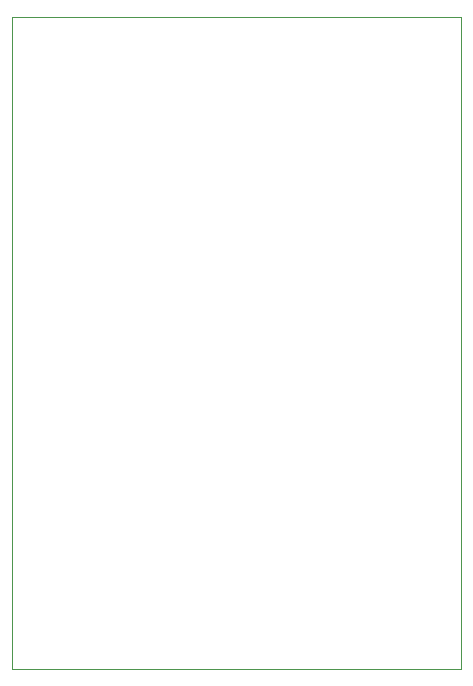
<source format=gbr>
%TF.GenerationSoftware,KiCad,Pcbnew,(6.0.9)*%
%TF.CreationDate,2023-01-01T20:10:18-05:00*%
%TF.ProjectId,Wally_Tree,57616c6c-795f-4547-9265-652e6b696361,v1*%
%TF.SameCoordinates,Original*%
%TF.FileFunction,Profile,NP*%
%FSLAX46Y46*%
G04 Gerber Fmt 4.6, Leading zero omitted, Abs format (unit mm)*
G04 Created by KiCad (PCBNEW (6.0.9)) date 2023-01-01 20:10:18*
%MOMM*%
%LPD*%
G01*
G04 APERTURE LIST*
%TA.AperFunction,Profile*%
%ADD10C,0.050000*%
%TD*%
G04 APERTURE END LIST*
D10*
X-132372200Y47785700D02*
X-132396200Y-7464300D01*
X-132372200Y47785700D02*
X-94326200Y47785700D01*
X-94326200Y-7464300D02*
X-94326200Y47785700D01*
X-94326200Y-7464300D02*
X-132396200Y-7464300D01*
M02*

</source>
